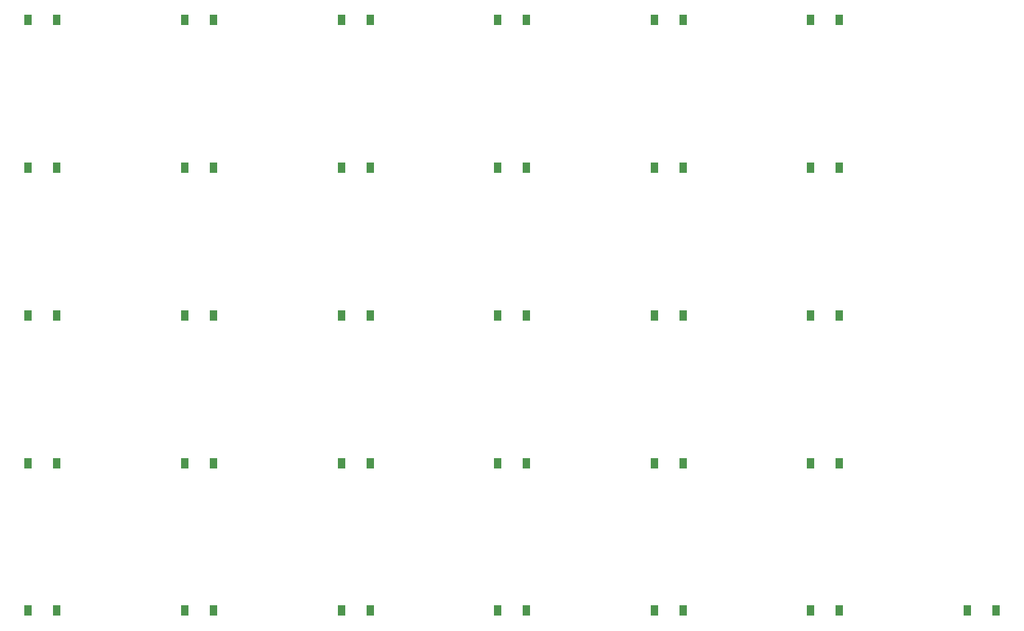
<source format=gbr>
%TF.GenerationSoftware,KiCad,Pcbnew,6.0.2+dfsg-1*%
%TF.CreationDate,2023-06-27T17:47:54-07:00*%
%TF.ProjectId,swirlComplete,73776972-6c43-46f6-9d70-6c6574652e6b,v1.0.0*%
%TF.SameCoordinates,Original*%
%TF.FileFunction,Paste,Top*%
%TF.FilePolarity,Positive*%
%FSLAX46Y46*%
G04 Gerber Fmt 4.6, Leading zero omitted, Abs format (unit mm)*
G04 Created by KiCad (PCBNEW 6.0.2+dfsg-1) date 2023-06-27 17:47:54*
%MOMM*%
%LPD*%
G01*
G04 APERTURE LIST*
%ADD10R,0.900000X1.200000*%
G04 APERTURE END LIST*
D10*
%TO.C,D9*%
X16350000Y46000000D03*
X19650000Y46000000D03*
%TD*%
%TO.C,D8*%
X16350000Y29000000D03*
X19650000Y29000000D03*
%TD*%
%TO.C,D1*%
X-1650000Y-5000000D03*
X1650000Y-5000000D03*
%TD*%
%TO.C,D18*%
X52350000Y29000000D03*
X55650000Y29000000D03*
%TD*%
%TO.C,D16*%
X52350000Y-5000000D03*
X55650000Y-5000000D03*
%TD*%
%TO.C,D4*%
X-1650000Y46000000D03*
X1650000Y46000000D03*
%TD*%
%TO.C,D31*%
X106350000Y-5000000D03*
X109650000Y-5000000D03*
%TD*%
%TO.C,D6*%
X16350000Y-5000000D03*
X19650000Y-5000000D03*
%TD*%
%TO.C,D29*%
X88350000Y46000000D03*
X91650000Y46000000D03*
%TD*%
%TO.C,D23*%
X70350000Y29000000D03*
X73650000Y29000000D03*
%TD*%
%TO.C,D3*%
X-1650000Y29000000D03*
X1650000Y29000000D03*
%TD*%
%TO.C,D15*%
X34350000Y63000000D03*
X37650000Y63000000D03*
%TD*%
%TO.C,D27*%
X88350000Y12000000D03*
X91650000Y12000000D03*
%TD*%
%TO.C,D24*%
X70350000Y46000000D03*
X73650000Y46000000D03*
%TD*%
%TO.C,D13*%
X34350000Y29000000D03*
X37650000Y29000000D03*
%TD*%
%TO.C,D2*%
X-1650000Y12000000D03*
X1650000Y12000000D03*
%TD*%
%TO.C,D11*%
X34350000Y-5000000D03*
X37650000Y-5000000D03*
%TD*%
%TO.C,D30*%
X88350000Y63000000D03*
X91650000Y63000000D03*
%TD*%
%TO.C,D25*%
X70350000Y63000000D03*
X73650000Y63000000D03*
%TD*%
%TO.C,D28*%
X88350000Y29000000D03*
X91650000Y29000000D03*
%TD*%
%TO.C,D20*%
X52350000Y63000000D03*
X55650000Y63000000D03*
%TD*%
%TO.C,D12*%
X34350000Y12000000D03*
X37650000Y12000000D03*
%TD*%
%TO.C,D14*%
X34350000Y46000000D03*
X37650000Y46000000D03*
%TD*%
%TO.C,D5*%
X-1650000Y63000000D03*
X1650000Y63000000D03*
%TD*%
%TO.C,D22*%
X70350000Y12000000D03*
X73650000Y12000000D03*
%TD*%
%TO.C,D7*%
X16350000Y12000000D03*
X19650000Y12000000D03*
%TD*%
%TO.C,D26*%
X88350000Y-5000000D03*
X91650000Y-5000000D03*
%TD*%
%TO.C,D17*%
X52350000Y12000000D03*
X55650000Y12000000D03*
%TD*%
%TO.C,D10*%
X16350000Y63000000D03*
X19650000Y63000000D03*
%TD*%
%TO.C,D21*%
X70350000Y-5000000D03*
X73650000Y-5000000D03*
%TD*%
%TO.C,D19*%
X52350000Y46000000D03*
X55650000Y46000000D03*
%TD*%
M02*

</source>
